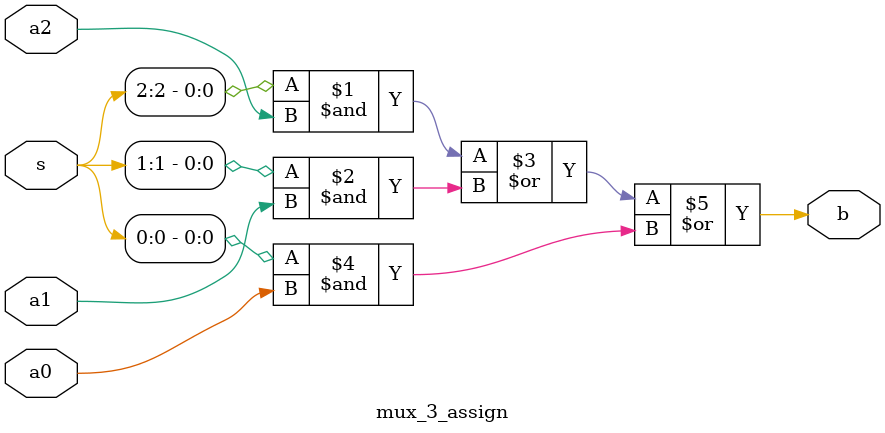
<source format=v>

module mux_3_assign (
    a2,a1,a0,s,b
);
    parameter k = 1;
    input [k-1:0] a2,a1,a0; //输入信号
    input [2:0] s;//独热码选择信号
    output [k-1:0] b;//输出信号

    /* 
    为了将选择信号形如 s[0]，连接到宽度为 k 的与门上，
    就必须复制一个 k 位的信号（通过复制运算符）
    */
    assign b = ({k{s[2]}} & a2) |
                ({k{s[1]}} & a1) |
                ({k{s[0]}} & a0);
endmodule

</source>
